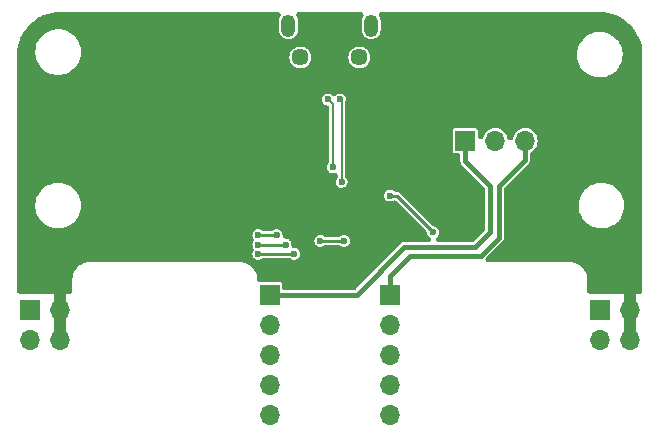
<source format=gbl>
%TF.GenerationSoftware,KiCad,Pcbnew,(6.0.2)*%
%TF.CreationDate,2022-05-14T01:06:09+01:00*%
%TF.ProjectId,mcp_breadboard,6d63705f-6272-4656-9164-626f6172642e,rev?*%
%TF.SameCoordinates,Original*%
%TF.FileFunction,Copper,L2,Bot*%
%TF.FilePolarity,Positive*%
%FSLAX46Y46*%
G04 Gerber Fmt 4.6, Leading zero omitted, Abs format (unit mm)*
G04 Created by KiCad (PCBNEW (6.0.2)) date 2022-05-14 01:06:09*
%MOMM*%
%LPD*%
G01*
G04 APERTURE LIST*
%TA.AperFunction,ComponentPad*%
%ADD10O,1.200000X1.900000*%
%TD*%
%TA.AperFunction,ComponentPad*%
%ADD11C,1.450000*%
%TD*%
%TA.AperFunction,ComponentPad*%
%ADD12O,1.700000X1.700000*%
%TD*%
%TA.AperFunction,ComponentPad*%
%ADD13R,1.700000X1.700000*%
%TD*%
%TA.AperFunction,ViaPad*%
%ADD14C,0.600000*%
%TD*%
%TA.AperFunction,Conductor*%
%ADD15C,0.250000*%
%TD*%
%TA.AperFunction,Conductor*%
%ADD16C,0.400000*%
%TD*%
%TA.AperFunction,Conductor*%
%ADD17C,0.200000*%
%TD*%
G04 APERTURE END LIST*
D10*
%TO.P,J5,6,Shield*%
%TO.N,unconnected-(J5-Pad6)*%
X53500000Y-29762500D03*
X46500000Y-29762500D03*
D11*
X52500000Y-32462500D03*
X47500000Y-32462500D03*
%TD*%
D12*
%TO.P,SW3,3,C*%
%TO.N,+3V3*%
X66540000Y-39500000D03*
%TO.P,SW3,2,B*%
%TO.N,VDD*%
X64000000Y-39500000D03*
D13*
%TO.P,SW3,1,A*%
%TO.N,+5V*%
X61460000Y-39500000D03*
%TD*%
D12*
%TO.P,J3,5,Pin_5*%
%TO.N,G3*%
X44920000Y-62700000D03*
%TO.P,J3,4,Pin_4*%
%TO.N,G2*%
X44920000Y-60160000D03*
%TO.P,J3,3,Pin_3*%
%TO.N,G1*%
X44920000Y-57620000D03*
%TO.P,J3,2,Pin_2*%
%TO.N,G0*%
X44920000Y-55080000D03*
D13*
%TO.P,J3,1,Pin_1*%
%TO.N,+5V*%
X44920000Y-52540000D03*
%TD*%
D12*
%TO.P,J4,5,Pin_5*%
%TO.N,Tx*%
X55080000Y-62700000D03*
%TO.P,J4,4,Pin_4*%
%TO.N,Rx*%
X55080000Y-60160000D03*
%TO.P,J4,3,Pin_3*%
%TO.N,SDA*%
X55080000Y-57620000D03*
%TO.P,J4,2,Pin_2*%
%TO.N,SCL*%
X55080000Y-55080000D03*
D13*
%TO.P,J4,1,Pin_1*%
%TO.N,+3V3*%
X55080000Y-52540000D03*
%TD*%
D12*
%TO.P,J2,4,Pin_4*%
%TO.N,GND*%
X75400000Y-56350000D03*
%TO.P,J2,3,Pin_3*%
X75400000Y-53810000D03*
%TO.P,J2,2,Pin_2*%
%TO.N,VDD*%
X72860000Y-56350000D03*
D13*
%TO.P,J2,1,Pin_1*%
X72860000Y-53810000D03*
%TD*%
D12*
%TO.P,J1,4,Pin_4*%
%TO.N,GND*%
X27140000Y-56350000D03*
%TO.P,J1,3,Pin_3*%
X27140000Y-53810000D03*
%TO.P,J1,2,Pin_2*%
%TO.N,VDD*%
X24600000Y-56350000D03*
D13*
%TO.P,J1,1,Pin_1*%
X24600000Y-53810000D03*
%TD*%
D14*
%TO.N,G3*%
X43950000Y-49100000D03*
%TO.N,G2*%
X43950000Y-48300000D03*
%TO.N,Net-(R3-Pad1)*%
X58750000Y-47250000D03*
%TO.N,D+*%
X50250000Y-41750000D03*
%TO.N,D-*%
X51000000Y-43000000D03*
%TO.N,GND*%
X67550000Y-34550000D03*
X64450000Y-37750000D03*
X64510000Y-35140000D03*
X60000000Y-42750000D03*
X48700000Y-33440000D03*
X48700000Y-31490000D03*
X53700000Y-40500000D03*
X57000000Y-32077000D03*
X64010000Y-31440000D03*
X63510000Y-35140000D03*
X56800000Y-42650000D03*
X43200000Y-40450000D03*
X63550000Y-37750000D03*
X62510000Y-31440000D03*
X68000000Y-42750000D03*
X60450000Y-34550000D03*
X65510000Y-31440000D03*
X50330500Y-34565000D03*
%TO.N,G1*%
X45500000Y-47500000D03*
X43953019Y-47492989D03*
%TO.N,G2*%
X46250000Y-48300000D03*
%TO.N,G3*%
X47000000Y-49100000D03*
X51200000Y-48000000D03*
X49200000Y-48000000D03*
%TO.N,Net-(R3-Pad1)*%
X55100000Y-44150000D03*
%TO.N,D-*%
X50850000Y-36015000D03*
%TO.N,D+*%
X49825000Y-36015000D03*
%TD*%
D15*
%TO.N,G3*%
X47000000Y-49100000D02*
X43950000Y-49100000D01*
%TO.N,G2*%
X46250000Y-48300000D02*
X43950000Y-48300000D01*
%TO.N,G1*%
X45492989Y-47492989D02*
X43953019Y-47492989D01*
X45500000Y-47500000D02*
X45492989Y-47492989D01*
%TO.N,Net-(R3-Pad1)*%
X58750000Y-47250000D02*
X55650000Y-44150000D01*
X55650000Y-44150000D02*
X55100000Y-44150000D01*
D16*
%TO.N,+3V3*%
X66540000Y-41160000D02*
X64320000Y-43380000D01*
X66540000Y-39500000D02*
X66540000Y-41160000D01*
%TO.N,+5V*%
X61460000Y-41270000D02*
X63570000Y-43380000D01*
X61460000Y-39500000D02*
X61460000Y-41270000D01*
D17*
%TO.N,D+*%
X50250000Y-36440000D02*
X49825000Y-36015000D01*
X50250000Y-41750000D02*
X50250000Y-36440000D01*
%TO.N,D-*%
X51000000Y-36165000D02*
X50850000Y-36015000D01*
X51000000Y-43000000D02*
X51000000Y-36165000D01*
D16*
%TO.N,+5V*%
X56320000Y-48490000D02*
X52270000Y-52540000D01*
X62320000Y-48490000D02*
X56320000Y-48490000D01*
X63570000Y-47240000D02*
X62320000Y-48490000D01*
X63570000Y-43390000D02*
X63570000Y-47240000D01*
X52270000Y-52540000D02*
X44920000Y-52540000D01*
%TO.N,+3V3*%
X64320000Y-43390000D02*
X64320000Y-47740000D01*
X55080000Y-50980000D02*
X55080000Y-52540000D01*
X56820000Y-49240000D02*
X55080000Y-50980000D01*
X64320000Y-47740000D02*
X62820000Y-49240000D01*
X62820000Y-49240000D02*
X56820000Y-49240000D01*
D15*
%TO.N,G3*%
X49200000Y-48000000D02*
X51200000Y-48000000D01*
%TD*%
%TA.AperFunction,Conductor*%
%TO.N,GND*%
G36*
X45703378Y-28628954D02*
G01*
X45784160Y-28682930D01*
X45838136Y-28763712D01*
X45857090Y-28859000D01*
X45838136Y-28954288D01*
X45817391Y-28993885D01*
X45785988Y-29042613D01*
X45785986Y-29042618D01*
X45778446Y-29054317D01*
X45717022Y-29223078D01*
X45699500Y-29361783D01*
X45699500Y-30157655D01*
X45700276Y-30164571D01*
X45700276Y-30164575D01*
X45704550Y-30202679D01*
X45714454Y-30290972D01*
X45773515Y-30460573D01*
X45780894Y-30472381D01*
X45780894Y-30472382D01*
X45798085Y-30499893D01*
X45868684Y-30612875D01*
X45995230Y-30740307D01*
X46146864Y-30836537D01*
X46159976Y-30841206D01*
X46159978Y-30841207D01*
X46184754Y-30850029D01*
X46316049Y-30896781D01*
X46329872Y-30898429D01*
X46329875Y-30898430D01*
X46419902Y-30909165D01*
X46494376Y-30918045D01*
X46508220Y-30916590D01*
X46508223Y-30916590D01*
X46596965Y-30907263D01*
X46672983Y-30899273D01*
X46686161Y-30894787D01*
X46829816Y-30845883D01*
X46829817Y-30845882D01*
X46842993Y-30841397D01*
X46928984Y-30788495D01*
X46984103Y-30754586D01*
X46984107Y-30754583D01*
X46995955Y-30747294D01*
X47124268Y-30621641D01*
X47221554Y-30470683D01*
X47260214Y-30364466D01*
X47278215Y-30315009D01*
X47278216Y-30315007D01*
X47282978Y-30301922D01*
X47300500Y-30163217D01*
X47300500Y-29367345D01*
X47299006Y-29354021D01*
X47287097Y-29247859D01*
X47285546Y-29234028D01*
X47226485Y-29064427D01*
X47196558Y-29016533D01*
X47180572Y-28990951D01*
X47146150Y-28900098D01*
X47149117Y-28802988D01*
X47189020Y-28714406D01*
X47259784Y-28647837D01*
X47350637Y-28613415D01*
X47391735Y-28610000D01*
X52608090Y-28610000D01*
X52703378Y-28628954D01*
X52784160Y-28682930D01*
X52838136Y-28763712D01*
X52857090Y-28859000D01*
X52838136Y-28954288D01*
X52817391Y-28993885D01*
X52785988Y-29042613D01*
X52785986Y-29042618D01*
X52778446Y-29054317D01*
X52717022Y-29223078D01*
X52699500Y-29361783D01*
X52699500Y-30157655D01*
X52700276Y-30164571D01*
X52700276Y-30164575D01*
X52704550Y-30202679D01*
X52714454Y-30290972D01*
X52773515Y-30460573D01*
X52780894Y-30472381D01*
X52780894Y-30472382D01*
X52798085Y-30499893D01*
X52868684Y-30612875D01*
X52995230Y-30740307D01*
X53146864Y-30836537D01*
X53159976Y-30841206D01*
X53159978Y-30841207D01*
X53184754Y-30850029D01*
X53316049Y-30896781D01*
X53329872Y-30898429D01*
X53329875Y-30898430D01*
X53419902Y-30909165D01*
X53494376Y-30918045D01*
X53508220Y-30916590D01*
X53508223Y-30916590D01*
X53596965Y-30907263D01*
X53672983Y-30899273D01*
X53686161Y-30894787D01*
X53829816Y-30845883D01*
X53829817Y-30845882D01*
X53842993Y-30841397D01*
X53928984Y-30788495D01*
X53984103Y-30754586D01*
X53984107Y-30754583D01*
X53995955Y-30747294D01*
X54124268Y-30621641D01*
X54221554Y-30470683D01*
X54260214Y-30364466D01*
X54278215Y-30315009D01*
X54278216Y-30315007D01*
X54282978Y-30301922D01*
X54300500Y-30163217D01*
X54300500Y-29367345D01*
X54299006Y-29354021D01*
X54287097Y-29247859D01*
X54285546Y-29234028D01*
X54226485Y-29064427D01*
X54196558Y-29016533D01*
X54180572Y-28990951D01*
X54146150Y-28900098D01*
X54149117Y-28802988D01*
X54189020Y-28714406D01*
X54259784Y-28647837D01*
X54350637Y-28613415D01*
X54391735Y-28610000D01*
X72837277Y-28610000D01*
X72837277Y-28611268D01*
X72840343Y-28610705D01*
X72859642Y-28615143D01*
X72878273Y-28610927D01*
X72881271Y-28611045D01*
X73201623Y-28626783D01*
X73225941Y-28629178D01*
X73552175Y-28677570D01*
X73576141Y-28682337D01*
X73896067Y-28762474D01*
X73919451Y-28769568D01*
X74229980Y-28880678D01*
X74252537Y-28890021D01*
X74550689Y-29031036D01*
X74572226Y-29042548D01*
X74613688Y-29067399D01*
X74855124Y-29212110D01*
X74875428Y-29225677D01*
X75140350Y-29422156D01*
X75159212Y-29437636D01*
X75363758Y-29623026D01*
X75403592Y-29659129D01*
X75420871Y-29676408D01*
X75642364Y-29920788D01*
X75657844Y-29939650D01*
X75854323Y-30204572D01*
X75867890Y-30224876D01*
X75959173Y-30377173D01*
X76024613Y-30486352D01*
X76037450Y-30507770D01*
X76048964Y-30529311D01*
X76189979Y-30827463D01*
X76199322Y-30850020D01*
X76251752Y-30996551D01*
X76310432Y-31160549D01*
X76317526Y-31183933D01*
X76397663Y-31503859D01*
X76402430Y-31527825D01*
X76450822Y-31854059D01*
X76453217Y-31878377D01*
X76461116Y-32039171D01*
X76469080Y-32201277D01*
X76464857Y-32219642D01*
X76469088Y-32238342D01*
X76468591Y-32255103D01*
X76470000Y-32269537D01*
X76470000Y-52216000D01*
X76451046Y-52311288D01*
X76397070Y-52392070D01*
X76316288Y-52446046D01*
X76221000Y-52465000D01*
X75895000Y-52465000D01*
X75895000Y-53140000D01*
X75897524Y-53140000D01*
X75900000Y-53165137D01*
X75900000Y-55066407D01*
X75897113Y-55066407D01*
X75897112Y-55088096D01*
X75900178Y-55088163D01*
X75900000Y-55096321D01*
X75900000Y-56601000D01*
X75881046Y-56696288D01*
X75827070Y-56777070D01*
X75746288Y-56831046D01*
X75651000Y-56850000D01*
X75149000Y-56850000D01*
X75053712Y-56831046D01*
X74972930Y-56777070D01*
X74918954Y-56696288D01*
X74900000Y-56601000D01*
X74900000Y-55093593D01*
X74902887Y-55093593D01*
X74902888Y-55071904D01*
X74899822Y-55071837D01*
X74900000Y-55063679D01*
X74900000Y-52578120D01*
X74899784Y-52577034D01*
X74895000Y-52528457D01*
X74895000Y-52465000D01*
X72039000Y-52465000D01*
X71943712Y-52446046D01*
X71862930Y-52392070D01*
X71808954Y-52311288D01*
X71790000Y-52216000D01*
X71790000Y-51315741D01*
X71791633Y-51287271D01*
X71791957Y-51284458D01*
X71795142Y-51270716D01*
X71795143Y-51270000D01*
X71794131Y-51265565D01*
X71794174Y-51265194D01*
X71794528Y-51261035D01*
X71793121Y-51261136D01*
X71779388Y-51069123D01*
X71779387Y-51069119D01*
X71778754Y-51060263D01*
X71759587Y-50972149D01*
X71735949Y-50863487D01*
X71735948Y-50863484D01*
X71734058Y-50854795D01*
X71660575Y-50657780D01*
X71559802Y-50473228D01*
X71542663Y-50450332D01*
X71439120Y-50312015D01*
X71433790Y-50304895D01*
X71285105Y-50156210D01*
X71116772Y-50030198D01*
X70932220Y-49929425D01*
X70856499Y-49901182D01*
X70743544Y-49859052D01*
X70743540Y-49859051D01*
X70735205Y-49855942D01*
X70726516Y-49854052D01*
X70726513Y-49854051D01*
X70538418Y-49813134D01*
X70538413Y-49813133D01*
X70529737Y-49811246D01*
X70520881Y-49810613D01*
X70520877Y-49810612D01*
X70409322Y-49802634D01*
X70329690Y-49796938D01*
X70320716Y-49794858D01*
X70320000Y-49794857D01*
X70306293Y-49797984D01*
X70302082Y-49798455D01*
X70274390Y-49800000D01*
X63427533Y-49800000D01*
X63332245Y-49781046D01*
X63251463Y-49727070D01*
X63197487Y-49646288D01*
X63178533Y-49551000D01*
X63197487Y-49455712D01*
X63251463Y-49374930D01*
X64625483Y-48000909D01*
X64648050Y-47978342D01*
X64656946Y-47960883D01*
X64661231Y-47954985D01*
X64666469Y-47946437D01*
X64669777Y-47939944D01*
X64681296Y-47924090D01*
X64687352Y-47905452D01*
X64690656Y-47898967D01*
X64694499Y-47889690D01*
X64696749Y-47882765D01*
X64705646Y-47865304D01*
X64708712Y-47845945D01*
X64710959Y-47839030D01*
X64713305Y-47829260D01*
X64714444Y-47822070D01*
X64720499Y-47803433D01*
X64720499Y-47771525D01*
X64720500Y-47771519D01*
X64720500Y-44969600D01*
X71064808Y-44969600D01*
X71079830Y-45242574D01*
X71081548Y-45251209D01*
X71081548Y-45251212D01*
X71093511Y-45311350D01*
X71133166Y-45510708D01*
X71223749Y-45768652D01*
X71227801Y-45776453D01*
X71227803Y-45776457D01*
X71345716Y-46003449D01*
X71345719Y-46003454D01*
X71349774Y-46011260D01*
X71354893Y-46018423D01*
X71354894Y-46018425D01*
X71503605Y-46226526D01*
X71503609Y-46226531D01*
X71508725Y-46233690D01*
X71514803Y-46240061D01*
X71691346Y-46425127D01*
X71691351Y-46425132D01*
X71697431Y-46431505D01*
X71704352Y-46436961D01*
X71704353Y-46436962D01*
X71905207Y-46595303D01*
X71905212Y-46595306D01*
X71912126Y-46600757D01*
X71919739Y-46605179D01*
X71919742Y-46605181D01*
X72043221Y-46676903D01*
X72148528Y-46738070D01*
X72401919Y-46840704D01*
X72410467Y-46842827D01*
X72410466Y-46842827D01*
X72658703Y-46904490D01*
X72658708Y-46904491D01*
X72667243Y-46906611D01*
X72675998Y-46907508D01*
X72894082Y-46929853D01*
X72894090Y-46929853D01*
X72900401Y-46930500D01*
X73069642Y-46930500D01*
X73074017Y-46930190D01*
X73074023Y-46930190D01*
X73132136Y-46926075D01*
X73272705Y-46916122D01*
X73281318Y-46914268D01*
X73281323Y-46914267D01*
X73429324Y-46882403D01*
X73539968Y-46858582D01*
X73796458Y-46763958D01*
X73957799Y-46676903D01*
X74029308Y-46638319D01*
X74029312Y-46638316D01*
X74037056Y-46634138D01*
X74256962Y-46471713D01*
X74357296Y-46372942D01*
X74445518Y-46286096D01*
X74445523Y-46286091D01*
X74451788Y-46279923D01*
X74492540Y-46226526D01*
X74612308Y-46069592D01*
X74612309Y-46069590D01*
X74617647Y-46062596D01*
X74646397Y-46011260D01*
X74746930Y-45831744D01*
X74751230Y-45824066D01*
X74849871Y-45569095D01*
X74861481Y-45519009D01*
X74909614Y-45311350D01*
X74909614Y-45311347D01*
X74911603Y-45302768D01*
X74935192Y-45030400D01*
X74920170Y-44757426D01*
X74908197Y-44697232D01*
X74891179Y-44611681D01*
X74866834Y-44489292D01*
X74841518Y-44417203D01*
X74779165Y-44239645D01*
X74779163Y-44239641D01*
X74776251Y-44231348D01*
X74772197Y-44223543D01*
X74654284Y-43996551D01*
X74654281Y-43996546D01*
X74650226Y-43988740D01*
X74619025Y-43945078D01*
X74496395Y-43773474D01*
X74496391Y-43773469D01*
X74491275Y-43766310D01*
X74380129Y-43649799D01*
X74308654Y-43574873D01*
X74308649Y-43574868D01*
X74302569Y-43568495D01*
X74259400Y-43534463D01*
X74094793Y-43404697D01*
X74094788Y-43404694D01*
X74087874Y-43399243D01*
X74066411Y-43386776D01*
X73859085Y-43266352D01*
X73851472Y-43261930D01*
X73598081Y-43159296D01*
X73504213Y-43135979D01*
X73341297Y-43095510D01*
X73341292Y-43095509D01*
X73332757Y-43093389D01*
X73312838Y-43091348D01*
X73105918Y-43070147D01*
X73105910Y-43070147D01*
X73099599Y-43069500D01*
X72930358Y-43069500D01*
X72925983Y-43069810D01*
X72925977Y-43069810D01*
X72867864Y-43073925D01*
X72727295Y-43083878D01*
X72718682Y-43085732D01*
X72718677Y-43085733D01*
X72580442Y-43115495D01*
X72460032Y-43141418D01*
X72203542Y-43236042D01*
X72116970Y-43282754D01*
X71970692Y-43361681D01*
X71970688Y-43361684D01*
X71962944Y-43365862D01*
X71743038Y-43528287D01*
X71707737Y-43563038D01*
X71554482Y-43713904D01*
X71554477Y-43713909D01*
X71548212Y-43720077D01*
X71542873Y-43727073D01*
X71542871Y-43727075D01*
X71394449Y-43921554D01*
X71382353Y-43937404D01*
X71378057Y-43945074D01*
X71378055Y-43945078D01*
X71349229Y-43996551D01*
X71248770Y-44175934D01*
X71150129Y-44430905D01*
X71148143Y-44439472D01*
X71148142Y-44439476D01*
X71090386Y-44688650D01*
X71088397Y-44697232D01*
X71064808Y-44969600D01*
X64720500Y-44969600D01*
X64720500Y-43649031D01*
X64739454Y-43553745D01*
X64793430Y-43472963D01*
X66845483Y-41420909D01*
X66868050Y-41398342D01*
X66876946Y-41380883D01*
X66881231Y-41374985D01*
X66886469Y-41366437D01*
X66889778Y-41359944D01*
X66901296Y-41344090D01*
X66907351Y-41325454D01*
X66910656Y-41318968D01*
X66914501Y-41309685D01*
X66916750Y-41302764D01*
X66925646Y-41285304D01*
X66928712Y-41265947D01*
X66930960Y-41259027D01*
X66933304Y-41249265D01*
X66934443Y-41242073D01*
X66940500Y-41223433D01*
X66940500Y-40627847D01*
X66959454Y-40532559D01*
X67013430Y-40451777D01*
X67077230Y-40405594D01*
X67094735Y-40396752D01*
X67094740Y-40396749D01*
X67105610Y-40391258D01*
X67267951Y-40264424D01*
X67402564Y-40108472D01*
X67423387Y-40071818D01*
X67498306Y-39939936D01*
X67498306Y-39939935D01*
X67504323Y-39929344D01*
X67569351Y-39733863D01*
X67595171Y-39529474D01*
X67595583Y-39500000D01*
X67575480Y-39294970D01*
X67515935Y-39097749D01*
X67419218Y-38915849D01*
X67289011Y-38756200D01*
X67130275Y-38624882D01*
X67076524Y-38595819D01*
X66959764Y-38532687D01*
X66959761Y-38532686D01*
X66949055Y-38526897D01*
X66919800Y-38517841D01*
X66763891Y-38469579D01*
X66763889Y-38469579D01*
X66752254Y-38465977D01*
X66547369Y-38444443D01*
X66342203Y-38463114D01*
X66144572Y-38521280D01*
X65962002Y-38616726D01*
X65801447Y-38745815D01*
X65669024Y-38903630D01*
X65663160Y-38914296D01*
X65663159Y-38914298D01*
X65656392Y-38926607D01*
X65569776Y-39084162D01*
X65566098Y-39095756D01*
X65566096Y-39095761D01*
X65507484Y-39280532D01*
X65504670Y-39279639D01*
X65474676Y-39349467D01*
X65405088Y-39417266D01*
X65314852Y-39453274D01*
X65217706Y-39452010D01*
X65128438Y-39413665D01*
X65060639Y-39344077D01*
X65031086Y-39280417D01*
X65003176Y-39187974D01*
X64975935Y-39097749D01*
X64879218Y-38915849D01*
X64749011Y-38756200D01*
X64590275Y-38624882D01*
X64536524Y-38595819D01*
X64419764Y-38532687D01*
X64419761Y-38532686D01*
X64409055Y-38526897D01*
X64379800Y-38517841D01*
X64223891Y-38469579D01*
X64223889Y-38469579D01*
X64212254Y-38465977D01*
X64007369Y-38444443D01*
X63802203Y-38463114D01*
X63604572Y-38521280D01*
X63422002Y-38616726D01*
X63261447Y-38745815D01*
X63129024Y-38903630D01*
X63123160Y-38914296D01*
X63123159Y-38914298D01*
X63116392Y-38926607D01*
X63029776Y-39084162D01*
X63026098Y-39095756D01*
X63026096Y-39095761D01*
X62996845Y-39187974D01*
X62949966Y-39273071D01*
X62874090Y-39333750D01*
X62780769Y-39360774D01*
X62684210Y-39350029D01*
X62599113Y-39303150D01*
X62538434Y-39227274D01*
X62511410Y-39133953D01*
X62510500Y-39112684D01*
X62510500Y-38630252D01*
X62506687Y-38611080D01*
X62503651Y-38595819D01*
X62503651Y-38595818D01*
X62498867Y-38571769D01*
X62454552Y-38505448D01*
X62388231Y-38461133D01*
X62364182Y-38456349D01*
X62364181Y-38456349D01*
X62341739Y-38451885D01*
X62341737Y-38451885D01*
X62329748Y-38449500D01*
X60590252Y-38449500D01*
X60578263Y-38451885D01*
X60578261Y-38451885D01*
X60555819Y-38456349D01*
X60555818Y-38456349D01*
X60531769Y-38461133D01*
X60465448Y-38505448D01*
X60421133Y-38571769D01*
X60416349Y-38595818D01*
X60416349Y-38595819D01*
X60413314Y-38611080D01*
X60409500Y-38630252D01*
X60409500Y-40369748D01*
X60411885Y-40381737D01*
X60411885Y-40381739D01*
X60414870Y-40396746D01*
X60421133Y-40428231D01*
X60465448Y-40494552D01*
X60531769Y-40538867D01*
X60555818Y-40543651D01*
X60555819Y-40543651D01*
X60578261Y-40548115D01*
X60578263Y-40548115D01*
X60590252Y-40550500D01*
X60810500Y-40550500D01*
X60905788Y-40569454D01*
X60986570Y-40623430D01*
X61040546Y-40704212D01*
X61059500Y-40799500D01*
X61059500Y-41333433D01*
X61065557Y-41352073D01*
X61066696Y-41359265D01*
X61069040Y-41369027D01*
X61071288Y-41375947D01*
X61074354Y-41395304D01*
X61083250Y-41412764D01*
X61085499Y-41419685D01*
X61089344Y-41428968D01*
X61092649Y-41435453D01*
X61098704Y-41454090D01*
X61110223Y-41469945D01*
X61113532Y-41476438D01*
X61118771Y-41484989D01*
X61123057Y-41490888D01*
X61131950Y-41508342D01*
X61154513Y-41530905D01*
X61154516Y-41530909D01*
X63096570Y-43472963D01*
X63150546Y-43553745D01*
X63169500Y-43649033D01*
X63169500Y-46970967D01*
X63150546Y-47066255D01*
X63096570Y-47147037D01*
X62227037Y-48016570D01*
X62146255Y-48070546D01*
X62050967Y-48089500D01*
X59216213Y-48089500D01*
X59120925Y-48070546D01*
X59040143Y-48016570D01*
X58986167Y-47935788D01*
X58967213Y-47840500D01*
X58986167Y-47745212D01*
X59040143Y-47664430D01*
X59057161Y-47648918D01*
X59057870Y-47648329D01*
X59072991Y-47639045D01*
X59084895Y-47625894D01*
X59084897Y-47625892D01*
X59153015Y-47550635D01*
X59169200Y-47532754D01*
X59231710Y-47403733D01*
X59255496Y-47262354D01*
X59255647Y-47250000D01*
X59250511Y-47214133D01*
X59237838Y-47125642D01*
X59237838Y-47125640D01*
X59235323Y-47108082D01*
X59175984Y-46977572D01*
X59082400Y-46868963D01*
X58962095Y-46790985D01*
X58945097Y-46785902D01*
X58945096Y-46785901D01*
X58841737Y-46754990D01*
X58841734Y-46754990D01*
X58824739Y-46749907D01*
X58806999Y-46749799D01*
X58789456Y-46747177D01*
X58789736Y-46745303D01*
X58716611Y-46730294D01*
X58637229Y-46676903D01*
X55897896Y-43937570D01*
X55883221Y-43921554D01*
X55876458Y-43913494D01*
X55876457Y-43913494D01*
X55862455Y-43896806D01*
X55843589Y-43885914D01*
X55843588Y-43885913D01*
X55834467Y-43880647D01*
X55816153Y-43868980D01*
X55789684Y-43850446D01*
X55775637Y-43846682D01*
X55763045Y-43839412D01*
X55741594Y-43835630D01*
X55741589Y-43835628D01*
X55731232Y-43833802D01*
X55710026Y-43829101D01*
X55699854Y-43826375D01*
X55699849Y-43826375D01*
X55678807Y-43820736D01*
X55657101Y-43822635D01*
X55657100Y-43822635D01*
X55646620Y-43823552D01*
X55624918Y-43824500D01*
X55585583Y-43824500D01*
X55490295Y-43805546D01*
X55433672Y-43770439D01*
X55432400Y-43768963D01*
X55417516Y-43759316D01*
X55417513Y-43759313D01*
X55326983Y-43700635D01*
X55312095Y-43690985D01*
X55295097Y-43685902D01*
X55295096Y-43685901D01*
X55191736Y-43654990D01*
X55191735Y-43654990D01*
X55174739Y-43649907D01*
X55101804Y-43649461D01*
X55049114Y-43649139D01*
X55049111Y-43649139D01*
X55031376Y-43649031D01*
X55014322Y-43653905D01*
X54910585Y-43683553D01*
X54910583Y-43683554D01*
X54893529Y-43688428D01*
X54772280Y-43764930D01*
X54677377Y-43872388D01*
X54669839Y-43888442D01*
X54669839Y-43888443D01*
X54643249Y-43945078D01*
X54616447Y-44002163D01*
X54594391Y-44143823D01*
X54612980Y-44285979D01*
X54670720Y-44417203D01*
X54762970Y-44526948D01*
X54882313Y-44606390D01*
X54899246Y-44611680D01*
X54899248Y-44611681D01*
X55002224Y-44643852D01*
X55019157Y-44649142D01*
X55085992Y-44650367D01*
X55144760Y-44651445D01*
X55144762Y-44651445D01*
X55162499Y-44651770D01*
X55300817Y-44614060D01*
X55352045Y-44582606D01*
X55443165Y-44548899D01*
X55540249Y-44552628D01*
X55628515Y-44593225D01*
X55658403Y-44618729D01*
X58178655Y-47138981D01*
X58232631Y-47219763D01*
X58249483Y-47282765D01*
X58262980Y-47385979D01*
X58320720Y-47517203D01*
X58412970Y-47626948D01*
X58427736Y-47636777D01*
X58440961Y-47648602D01*
X58439485Y-47650252D01*
X58491214Y-47701800D01*
X58528551Y-47791494D01*
X58528721Y-47888649D01*
X58491700Y-47978473D01*
X58423121Y-48047293D01*
X58333427Y-48084630D01*
X58284421Y-48089500D01*
X56256567Y-48089500D01*
X56237927Y-48095557D01*
X56230735Y-48096696D01*
X56220973Y-48099040D01*
X56214053Y-48101288D01*
X56194696Y-48104354D01*
X56177236Y-48113250D01*
X56170315Y-48115499D01*
X56161032Y-48119344D01*
X56154547Y-48122649D01*
X56135910Y-48128704D01*
X56120055Y-48140223D01*
X56113562Y-48143532D01*
X56105011Y-48148771D01*
X56099112Y-48153057D01*
X56081658Y-48161950D01*
X56059095Y-48184513D01*
X56059091Y-48184516D01*
X52177037Y-52066570D01*
X52096255Y-52120546D01*
X52000967Y-52139500D01*
X46219500Y-52139500D01*
X46124212Y-52120546D01*
X46043430Y-52066570D01*
X45989454Y-51985788D01*
X45970500Y-51890500D01*
X45970500Y-51670252D01*
X45958867Y-51611769D01*
X45914552Y-51545448D01*
X45848231Y-51501133D01*
X45824182Y-51496349D01*
X45824181Y-51496349D01*
X45801739Y-51491885D01*
X45801737Y-51491885D01*
X45789748Y-51489500D01*
X44101282Y-51489500D01*
X44005994Y-51470546D01*
X43925212Y-51416570D01*
X43871236Y-51335788D01*
X43852916Y-51258264D01*
X43839388Y-51069123D01*
X43839387Y-51069119D01*
X43838754Y-51060263D01*
X43819587Y-50972149D01*
X43795949Y-50863487D01*
X43795948Y-50863484D01*
X43794058Y-50854795D01*
X43720575Y-50657780D01*
X43619802Y-50473228D01*
X43602663Y-50450332D01*
X43499120Y-50312015D01*
X43493790Y-50304895D01*
X43345105Y-50156210D01*
X43176772Y-50030198D01*
X42992220Y-49929425D01*
X42916499Y-49901182D01*
X42803544Y-49859052D01*
X42803540Y-49859051D01*
X42795205Y-49855942D01*
X42786516Y-49854052D01*
X42786513Y-49854051D01*
X42598418Y-49813134D01*
X42598413Y-49813133D01*
X42589737Y-49811246D01*
X42580881Y-49810613D01*
X42580877Y-49810612D01*
X42469322Y-49802634D01*
X42389690Y-49796938D01*
X42380716Y-49794858D01*
X42380000Y-49794857D01*
X42366293Y-49797984D01*
X42362082Y-49798455D01*
X42334390Y-49800000D01*
X29725741Y-49800000D01*
X29697271Y-49798367D01*
X29694458Y-49798043D01*
X29680716Y-49794858D01*
X29680000Y-49794857D01*
X29675565Y-49795869D01*
X29675194Y-49795826D01*
X29671035Y-49795472D01*
X29671136Y-49796879D01*
X29479123Y-49810612D01*
X29479119Y-49810613D01*
X29470263Y-49811246D01*
X29461587Y-49813133D01*
X29461582Y-49813134D01*
X29273487Y-49854051D01*
X29273484Y-49854052D01*
X29264795Y-49855942D01*
X29256460Y-49859051D01*
X29256456Y-49859052D01*
X29143501Y-49901182D01*
X29067780Y-49929425D01*
X28883228Y-50030198D01*
X28714895Y-50156210D01*
X28566210Y-50304895D01*
X28560880Y-50312015D01*
X28457338Y-50450332D01*
X28440198Y-50473228D01*
X28339425Y-50657780D01*
X28265942Y-50854795D01*
X28264052Y-50863484D01*
X28264051Y-50863487D01*
X28240414Y-50972149D01*
X28221246Y-51060263D01*
X28206938Y-51260310D01*
X28204858Y-51269284D01*
X28204857Y-51270000D01*
X28207984Y-51283707D01*
X28208455Y-51287918D01*
X28210000Y-51315610D01*
X28210000Y-52216000D01*
X28191046Y-52311288D01*
X28137070Y-52392070D01*
X28056288Y-52446046D01*
X27961000Y-52465000D01*
X27645000Y-52465000D01*
X27645000Y-52523258D01*
X27640000Y-52564715D01*
X27640000Y-55066407D01*
X27637113Y-55066407D01*
X27637112Y-55088096D01*
X27640178Y-55088163D01*
X27640000Y-55096321D01*
X27640000Y-56601000D01*
X27621046Y-56696288D01*
X27567070Y-56777070D01*
X27486288Y-56831046D01*
X27391000Y-56850000D01*
X26889000Y-56850000D01*
X26793712Y-56831046D01*
X26712930Y-56777070D01*
X26658954Y-56696288D01*
X26640000Y-56601000D01*
X26640000Y-55093593D01*
X26642887Y-55093593D01*
X26642888Y-55071904D01*
X26639822Y-55071837D01*
X26640000Y-55063679D01*
X26640000Y-53265137D01*
X26642476Y-53240000D01*
X26645000Y-53240000D01*
X26645000Y-52465000D01*
X23779000Y-52465000D01*
X23683712Y-52446046D01*
X23602930Y-52392070D01*
X23548954Y-52311288D01*
X23530000Y-52216000D01*
X23530000Y-49093823D01*
X43444391Y-49093823D01*
X43462980Y-49235979D01*
X43520720Y-49367203D01*
X43612970Y-49476948D01*
X43732313Y-49556390D01*
X43749246Y-49561680D01*
X43749248Y-49561681D01*
X43816006Y-49582537D01*
X43869157Y-49599142D01*
X43935992Y-49600367D01*
X43994760Y-49601445D01*
X43994762Y-49601445D01*
X44012499Y-49601770D01*
X44150817Y-49564060D01*
X44165932Y-49554779D01*
X44165935Y-49554778D01*
X44257872Y-49498328D01*
X44272991Y-49489045D01*
X44280560Y-49480683D01*
X44361853Y-49436636D01*
X44435485Y-49425500D01*
X46514117Y-49425500D01*
X46609405Y-49444454D01*
X46662420Y-49477774D01*
X46662970Y-49476948D01*
X46782313Y-49556390D01*
X46799246Y-49561680D01*
X46799248Y-49561681D01*
X46866006Y-49582537D01*
X46919157Y-49599142D01*
X46985992Y-49600367D01*
X47044760Y-49601445D01*
X47044762Y-49601445D01*
X47062499Y-49601770D01*
X47200817Y-49564060D01*
X47215932Y-49554779D01*
X47215935Y-49554778D01*
X47307876Y-49498326D01*
X47307878Y-49498325D01*
X47322991Y-49489045D01*
X47419200Y-49382754D01*
X47481710Y-49253733D01*
X47505496Y-49112354D01*
X47505647Y-49100000D01*
X47485323Y-48958082D01*
X47425984Y-48827572D01*
X47332400Y-48718963D01*
X47212095Y-48640985D01*
X47195097Y-48635902D01*
X47195096Y-48635901D01*
X47091736Y-48604990D01*
X47091735Y-48604990D01*
X47074739Y-48599907D01*
X47016056Y-48599548D01*
X46999811Y-48599449D01*
X46904640Y-48579913D01*
X46824190Y-48525444D01*
X46770709Y-48444334D01*
X46752338Y-48348932D01*
X46753328Y-48328212D01*
X46753899Y-48321846D01*
X46755496Y-48312354D01*
X46755647Y-48300000D01*
X46750891Y-48266791D01*
X46737838Y-48175642D01*
X46737838Y-48175640D01*
X46735323Y-48158082D01*
X46675984Y-48027572D01*
X46646904Y-47993823D01*
X48694391Y-47993823D01*
X48712980Y-48135979D01*
X48770720Y-48267203D01*
X48862970Y-48376948D01*
X48982313Y-48456390D01*
X48999246Y-48461680D01*
X48999248Y-48461681D01*
X49102224Y-48493852D01*
X49119157Y-48499142D01*
X49185992Y-48500367D01*
X49244760Y-48501445D01*
X49244762Y-48501445D01*
X49262499Y-48501770D01*
X49400817Y-48464060D01*
X49415932Y-48454779D01*
X49415935Y-48454778D01*
X49507872Y-48398328D01*
X49522991Y-48389045D01*
X49530560Y-48380683D01*
X49611853Y-48336636D01*
X49685485Y-48325500D01*
X50714117Y-48325500D01*
X50809405Y-48344454D01*
X50862420Y-48377774D01*
X50862970Y-48376948D01*
X50982313Y-48456390D01*
X50999246Y-48461680D01*
X50999248Y-48461681D01*
X51102224Y-48493852D01*
X51119157Y-48499142D01*
X51185992Y-48500367D01*
X51244760Y-48501445D01*
X51244762Y-48501445D01*
X51262499Y-48501770D01*
X51400817Y-48464060D01*
X51415932Y-48454779D01*
X51415935Y-48454778D01*
X51507876Y-48398326D01*
X51507878Y-48398325D01*
X51522991Y-48389045D01*
X51619200Y-48282754D01*
X51681710Y-48153733D01*
X51705496Y-48012354D01*
X51705647Y-48000000D01*
X51702564Y-47978473D01*
X51687838Y-47875642D01*
X51687838Y-47875640D01*
X51685323Y-47858082D01*
X51625984Y-47727572D01*
X51532400Y-47618963D01*
X51412095Y-47540985D01*
X51395097Y-47535902D01*
X51395096Y-47535901D01*
X51291736Y-47504990D01*
X51291735Y-47504990D01*
X51274739Y-47499907D01*
X51201804Y-47499461D01*
X51149114Y-47499139D01*
X51149111Y-47499139D01*
X51131376Y-47499031D01*
X51114322Y-47503905D01*
X51010585Y-47533553D01*
X51010583Y-47533554D01*
X50993529Y-47538428D01*
X50872280Y-47614930D01*
X50868397Y-47619327D01*
X50791080Y-47662448D01*
X50714551Y-47674500D01*
X49685583Y-47674500D01*
X49590295Y-47655546D01*
X49533672Y-47620439D01*
X49532400Y-47618963D01*
X49517516Y-47609316D01*
X49517513Y-47609313D01*
X49426983Y-47550635D01*
X49412095Y-47540985D01*
X49395097Y-47535902D01*
X49395096Y-47535901D01*
X49291736Y-47504990D01*
X49291735Y-47504990D01*
X49274739Y-47499907D01*
X49201804Y-47499461D01*
X49149114Y-47499139D01*
X49149111Y-47499139D01*
X49131376Y-47499031D01*
X49114322Y-47503905D01*
X49010585Y-47533553D01*
X49010583Y-47533554D01*
X48993529Y-47538428D01*
X48872280Y-47614930D01*
X48777377Y-47722388D01*
X48769839Y-47738442D01*
X48769839Y-47738443D01*
X48741393Y-47799031D01*
X48716447Y-47852163D01*
X48713719Y-47869687D01*
X48713718Y-47869689D01*
X48697400Y-47974500D01*
X48694391Y-47993823D01*
X46646904Y-47993823D01*
X46582400Y-47918963D01*
X46550034Y-47897984D01*
X46506380Y-47869689D01*
X46462095Y-47840985D01*
X46445097Y-47835902D01*
X46445096Y-47835901D01*
X46341736Y-47804990D01*
X46341735Y-47804990D01*
X46324739Y-47799907D01*
X46266056Y-47799548D01*
X46249811Y-47799449D01*
X46154640Y-47779913D01*
X46074190Y-47725444D01*
X46020709Y-47644334D01*
X46002338Y-47548932D01*
X46003328Y-47528212D01*
X46003899Y-47521846D01*
X46005496Y-47512354D01*
X46005647Y-47500000D01*
X46004283Y-47490474D01*
X45987838Y-47375642D01*
X45987838Y-47375640D01*
X45985323Y-47358082D01*
X45925984Y-47227572D01*
X45832400Y-47118963D01*
X45712095Y-47040985D01*
X45695097Y-47035902D01*
X45695096Y-47035901D01*
X45591736Y-47004990D01*
X45591735Y-47004990D01*
X45574739Y-46999907D01*
X45501804Y-46999461D01*
X45449114Y-46999139D01*
X45449111Y-46999139D01*
X45431376Y-46999031D01*
X45414322Y-47003905D01*
X45310585Y-47033553D01*
X45310583Y-47033554D01*
X45293529Y-47038428D01*
X45249426Y-47066255D01*
X45187287Y-47105461D01*
X45187285Y-47105462D01*
X45174822Y-47113326D01*
X45174815Y-47113330D01*
X45172280Y-47114930D01*
X45172193Y-47114793D01*
X45099325Y-47155435D01*
X45022790Y-47167489D01*
X44438602Y-47167489D01*
X44343314Y-47148535D01*
X44286691Y-47113428D01*
X44285419Y-47111952D01*
X44270535Y-47102305D01*
X44270532Y-47102302D01*
X44180002Y-47043624D01*
X44165114Y-47033974D01*
X44148116Y-47028891D01*
X44148115Y-47028890D01*
X44044755Y-46997979D01*
X44044754Y-46997979D01*
X44027758Y-46992896D01*
X43954823Y-46992450D01*
X43902133Y-46992128D01*
X43902130Y-46992128D01*
X43884395Y-46992020D01*
X43867341Y-46996894D01*
X43763604Y-47026542D01*
X43763602Y-47026543D01*
X43746548Y-47031417D01*
X43625299Y-47107919D01*
X43530396Y-47215377D01*
X43522858Y-47231431D01*
X43522858Y-47231432D01*
X43503884Y-47271846D01*
X43469466Y-47345152D01*
X43466738Y-47362676D01*
X43466737Y-47362678D01*
X43453156Y-47449909D01*
X43447410Y-47486812D01*
X43465999Y-47628968D01*
X43523739Y-47760192D01*
X43530138Y-47767804D01*
X43562403Y-47853419D01*
X43559267Y-47950523D01*
X43529495Y-48019990D01*
X43527377Y-48022388D01*
X43519839Y-48038442D01*
X43519839Y-48038443D01*
X43481856Y-48119344D01*
X43466447Y-48152163D01*
X43463719Y-48169687D01*
X43463718Y-48169689D01*
X43448536Y-48267203D01*
X43444391Y-48293823D01*
X43462980Y-48435979D01*
X43520720Y-48567203D01*
X43526568Y-48574160D01*
X43558613Y-48659185D01*
X43555478Y-48756290D01*
X43527187Y-48822299D01*
X43527377Y-48822388D01*
X43519838Y-48838446D01*
X43474734Y-48934513D01*
X43466447Y-48952163D01*
X43444391Y-49093823D01*
X23530000Y-49093823D01*
X23530000Y-44969600D01*
X25064808Y-44969600D01*
X25079830Y-45242574D01*
X25081548Y-45251209D01*
X25081548Y-45251212D01*
X25093511Y-45311350D01*
X25133166Y-45510708D01*
X25223749Y-45768652D01*
X25227801Y-45776453D01*
X25227803Y-45776457D01*
X25345716Y-46003449D01*
X25345719Y-46003454D01*
X25349774Y-46011260D01*
X25354893Y-46018423D01*
X25354894Y-46018425D01*
X25503605Y-46226526D01*
X25503609Y-46226531D01*
X25508725Y-46233690D01*
X25514803Y-46240061D01*
X25691346Y-46425127D01*
X25691351Y-46425132D01*
X25697431Y-46431505D01*
X25704352Y-46436961D01*
X25704353Y-46436962D01*
X25905207Y-46595303D01*
X25905212Y-46595306D01*
X25912126Y-46600757D01*
X25919739Y-46605179D01*
X25919742Y-46605181D01*
X26043221Y-46676903D01*
X26148528Y-46738070D01*
X26401919Y-46840704D01*
X26410467Y-46842827D01*
X26410466Y-46842827D01*
X26658703Y-46904490D01*
X26658708Y-46904491D01*
X26667243Y-46906611D01*
X26675998Y-46907508D01*
X26894082Y-46929853D01*
X26894090Y-46929853D01*
X26900401Y-46930500D01*
X27069642Y-46930500D01*
X27074017Y-46930190D01*
X27074023Y-46930190D01*
X27132136Y-46926075D01*
X27272705Y-46916122D01*
X27281318Y-46914268D01*
X27281323Y-46914267D01*
X27429324Y-46882403D01*
X27539968Y-46858582D01*
X27796458Y-46763958D01*
X27957799Y-46676903D01*
X28029308Y-46638319D01*
X28029312Y-46638316D01*
X28037056Y-46634138D01*
X28256962Y-46471713D01*
X28357296Y-46372942D01*
X28445518Y-46286096D01*
X28445523Y-46286091D01*
X28451788Y-46279923D01*
X28492540Y-46226526D01*
X28612308Y-46069592D01*
X28612309Y-46069590D01*
X28617647Y-46062596D01*
X28646397Y-46011260D01*
X28746930Y-45831744D01*
X28751230Y-45824066D01*
X28849871Y-45569095D01*
X28861481Y-45519009D01*
X28909614Y-45311350D01*
X28909614Y-45311347D01*
X28911603Y-45302768D01*
X28935192Y-45030400D01*
X28920170Y-44757426D01*
X28908197Y-44697232D01*
X28891179Y-44611681D01*
X28866834Y-44489292D01*
X28841518Y-44417203D01*
X28779165Y-44239645D01*
X28779163Y-44239641D01*
X28776251Y-44231348D01*
X28772197Y-44223543D01*
X28654284Y-43996551D01*
X28654281Y-43996546D01*
X28650226Y-43988740D01*
X28619025Y-43945078D01*
X28496395Y-43773474D01*
X28496391Y-43773469D01*
X28491275Y-43766310D01*
X28380129Y-43649799D01*
X28308654Y-43574873D01*
X28308649Y-43574868D01*
X28302569Y-43568495D01*
X28259400Y-43534463D01*
X28094793Y-43404697D01*
X28094788Y-43404694D01*
X28087874Y-43399243D01*
X28066411Y-43386776D01*
X27859085Y-43266352D01*
X27851472Y-43261930D01*
X27598081Y-43159296D01*
X27504213Y-43135979D01*
X27341297Y-43095510D01*
X27341292Y-43095509D01*
X27332757Y-43093389D01*
X27312838Y-43091348D01*
X27105918Y-43070147D01*
X27105910Y-43070147D01*
X27099599Y-43069500D01*
X26930358Y-43069500D01*
X26925983Y-43069810D01*
X26925977Y-43069810D01*
X26867864Y-43073925D01*
X26727295Y-43083878D01*
X26718682Y-43085732D01*
X26718677Y-43085733D01*
X26580442Y-43115495D01*
X26460032Y-43141418D01*
X26203542Y-43236042D01*
X26116970Y-43282754D01*
X25970692Y-43361681D01*
X25970688Y-43361684D01*
X25962944Y-43365862D01*
X25743038Y-43528287D01*
X25707737Y-43563038D01*
X25554482Y-43713904D01*
X25554477Y-43713909D01*
X25548212Y-43720077D01*
X25542873Y-43727073D01*
X25542871Y-43727075D01*
X25394449Y-43921554D01*
X25382353Y-43937404D01*
X25378057Y-43945074D01*
X25378055Y-43945078D01*
X25349229Y-43996551D01*
X25248770Y-44175934D01*
X25150129Y-44430905D01*
X25148143Y-44439472D01*
X25148142Y-44439476D01*
X25090386Y-44688650D01*
X25088397Y-44697232D01*
X25064808Y-44969600D01*
X23530000Y-44969600D01*
X23530000Y-36008823D01*
X49319391Y-36008823D01*
X49337980Y-36150979D01*
X49395720Y-36282203D01*
X49487970Y-36391948D01*
X49607313Y-36471390D01*
X49624246Y-36476680D01*
X49624248Y-36476681D01*
X49674499Y-36492380D01*
X49744157Y-36514142D01*
X49749053Y-36514232D01*
X49831340Y-36544915D01*
X49902453Y-36611112D01*
X49942821Y-36699483D01*
X49949500Y-36756768D01*
X49949500Y-41239895D01*
X49930546Y-41335183D01*
X49887135Y-41404723D01*
X49843537Y-41454090D01*
X49827377Y-41472388D01*
X49766447Y-41602163D01*
X49744391Y-41743823D01*
X49762980Y-41885979D01*
X49820720Y-42017203D01*
X49912970Y-42126948D01*
X50032313Y-42206390D01*
X50049246Y-42211680D01*
X50049248Y-42211681D01*
X50152224Y-42243852D01*
X50169157Y-42249142D01*
X50235992Y-42250367D01*
X50294760Y-42251445D01*
X50294762Y-42251445D01*
X50312499Y-42251770D01*
X50385008Y-42232002D01*
X50481922Y-42225225D01*
X50574056Y-42256052D01*
X50647381Y-42319790D01*
X50690732Y-42406737D01*
X50699500Y-42472234D01*
X50699500Y-42489895D01*
X50680546Y-42585183D01*
X50637135Y-42654723D01*
X50589121Y-42709090D01*
X50577377Y-42722388D01*
X50569839Y-42738442D01*
X50569839Y-42738443D01*
X50567362Y-42743720D01*
X50516447Y-42852163D01*
X50494391Y-42993823D01*
X50512980Y-43135979D01*
X50570720Y-43267203D01*
X50662970Y-43376948D01*
X50782313Y-43456390D01*
X50799246Y-43461680D01*
X50799248Y-43461681D01*
X50902224Y-43493852D01*
X50919157Y-43499142D01*
X50985992Y-43500367D01*
X51044760Y-43501445D01*
X51044762Y-43501445D01*
X51062499Y-43501770D01*
X51200817Y-43464060D01*
X51215932Y-43454779D01*
X51215935Y-43454778D01*
X51307876Y-43398326D01*
X51307878Y-43398325D01*
X51322991Y-43389045D01*
X51347760Y-43361681D01*
X51407297Y-43295904D01*
X51419200Y-43282754D01*
X51481710Y-43153733D01*
X51505496Y-43012354D01*
X51505647Y-43000000D01*
X51485323Y-42858082D01*
X51425984Y-42727572D01*
X51360866Y-42651999D01*
X51313025Y-42567440D01*
X51300500Y-42489462D01*
X51300500Y-36290293D01*
X51319454Y-36195005D01*
X51323713Y-36185517D01*
X51323973Y-36184702D01*
X51331710Y-36168733D01*
X51337657Y-36133389D01*
X51353899Y-36036846D01*
X51355496Y-36027354D01*
X51355647Y-36015000D01*
X51335323Y-35873082D01*
X51275984Y-35742572D01*
X51182400Y-35633963D01*
X51062095Y-35555985D01*
X51045097Y-35550902D01*
X51045096Y-35550901D01*
X50941736Y-35519990D01*
X50941735Y-35519990D01*
X50924739Y-35514907D01*
X50851804Y-35514461D01*
X50799114Y-35514139D01*
X50799111Y-35514139D01*
X50781376Y-35514031D01*
X50764322Y-35518905D01*
X50660585Y-35548553D01*
X50660583Y-35548554D01*
X50643529Y-35553428D01*
X50522280Y-35629930D01*
X50510537Y-35643226D01*
X50498616Y-35653372D01*
X50413766Y-35700696D01*
X50317264Y-35711947D01*
X50223803Y-35685412D01*
X50173549Y-35651387D01*
X50168977Y-35647398D01*
X50157400Y-35633963D01*
X50037095Y-35555985D01*
X50020097Y-35550902D01*
X50020096Y-35550901D01*
X49916736Y-35519990D01*
X49916735Y-35519990D01*
X49899739Y-35514907D01*
X49826804Y-35514461D01*
X49774114Y-35514139D01*
X49774111Y-35514139D01*
X49756376Y-35514031D01*
X49739322Y-35518905D01*
X49635585Y-35548553D01*
X49635583Y-35548554D01*
X49618529Y-35553428D01*
X49497280Y-35629930D01*
X49402377Y-35737388D01*
X49394839Y-35753442D01*
X49394839Y-35753443D01*
X49392362Y-35758720D01*
X49341447Y-35867163D01*
X49319391Y-36008823D01*
X23530000Y-36008823D01*
X23530000Y-32242723D01*
X23531268Y-32242723D01*
X23530705Y-32239657D01*
X23535143Y-32220358D01*
X23530927Y-32201727D01*
X23531045Y-32198729D01*
X23542301Y-31969600D01*
X25064808Y-31969600D01*
X25068154Y-32030400D01*
X25078588Y-32220000D01*
X25079830Y-32242574D01*
X25081548Y-32251209D01*
X25081548Y-32251212D01*
X25093511Y-32311350D01*
X25133166Y-32510708D01*
X25223749Y-32768652D01*
X25227801Y-32776453D01*
X25227803Y-32776457D01*
X25345716Y-33003449D01*
X25345719Y-33003454D01*
X25349774Y-33011260D01*
X25354893Y-33018423D01*
X25354894Y-33018425D01*
X25503605Y-33226526D01*
X25503609Y-33226531D01*
X25508725Y-33233690D01*
X25552829Y-33279923D01*
X25691346Y-33425127D01*
X25691351Y-33425132D01*
X25697431Y-33431505D01*
X25704352Y-33436961D01*
X25704353Y-33436962D01*
X25905207Y-33595303D01*
X25905212Y-33595306D01*
X25912126Y-33600757D01*
X25919739Y-33605179D01*
X25919742Y-33605181D01*
X25999495Y-33651505D01*
X26148528Y-33738070D01*
X26401919Y-33840704D01*
X26410467Y-33842827D01*
X26410466Y-33842827D01*
X26658703Y-33904490D01*
X26658708Y-33904491D01*
X26667243Y-33906611D01*
X26675998Y-33907508D01*
X26894082Y-33929853D01*
X26894090Y-33929853D01*
X26900401Y-33930500D01*
X27069642Y-33930500D01*
X27074017Y-33930190D01*
X27074023Y-33930190D01*
X27132136Y-33926075D01*
X27272705Y-33916122D01*
X27281318Y-33914268D01*
X27281323Y-33914267D01*
X27419558Y-33884505D01*
X27539968Y-33858582D01*
X27796458Y-33763958D01*
X27994756Y-33656962D01*
X28029308Y-33638319D01*
X28029312Y-33638316D01*
X28037056Y-33634138D01*
X28256962Y-33471713D01*
X28380334Y-33350264D01*
X28445518Y-33286096D01*
X28445523Y-33286091D01*
X28451788Y-33279923D01*
X28460566Y-33268422D01*
X28612308Y-33069592D01*
X28612309Y-33069590D01*
X28617647Y-33062596D01*
X28623725Y-33051744D01*
X28746930Y-32831744D01*
X28751230Y-32824066D01*
X28849871Y-32569095D01*
X28861481Y-32519009D01*
X28874579Y-32462500D01*
X46569402Y-32462500D01*
X46589738Y-32655982D01*
X46649856Y-32841008D01*
X46747130Y-33009492D01*
X46755860Y-33019188D01*
X46755864Y-33019193D01*
X46788035Y-33054922D01*
X46877308Y-33154069D01*
X46946896Y-33204627D01*
X47024139Y-33260749D01*
X47024144Y-33260752D01*
X47034701Y-33268422D01*
X47046625Y-33273731D01*
X47046627Y-33273732D01*
X47082250Y-33289592D01*
X47212429Y-33347551D01*
X47402726Y-33388000D01*
X47597274Y-33388000D01*
X47787571Y-33347551D01*
X47917750Y-33289592D01*
X47953373Y-33273732D01*
X47953375Y-33273731D01*
X47965299Y-33268422D01*
X47975856Y-33260752D01*
X47975861Y-33260749D01*
X48053104Y-33204627D01*
X48122692Y-33154069D01*
X48211965Y-33054922D01*
X48244136Y-33019193D01*
X48244140Y-33019188D01*
X48252870Y-33009492D01*
X48350144Y-32841008D01*
X48410262Y-32655982D01*
X48430598Y-32462500D01*
X51569402Y-32462500D01*
X51589738Y-32655982D01*
X51649856Y-32841008D01*
X51747130Y-33009492D01*
X51755860Y-33019188D01*
X51755864Y-33019193D01*
X51788035Y-33054922D01*
X51877308Y-33154069D01*
X51946896Y-33204627D01*
X52024139Y-33260749D01*
X52024144Y-33260752D01*
X52034701Y-33268422D01*
X52046625Y-33273731D01*
X52046627Y-33273732D01*
X52082250Y-33289592D01*
X52212429Y-33347551D01*
X52402726Y-33388000D01*
X52597274Y-33388000D01*
X52787571Y-33347551D01*
X52917750Y-33289592D01*
X52953373Y-33273732D01*
X52953375Y-33273731D01*
X52965299Y-33268422D01*
X52975856Y-33260752D01*
X52975861Y-33260749D01*
X53053104Y-33204627D01*
X53122692Y-33154069D01*
X53211965Y-33054922D01*
X53244136Y-33019193D01*
X53244140Y-33019188D01*
X53252870Y-33009492D01*
X53350144Y-32841008D01*
X53410262Y-32655982D01*
X53430598Y-32462500D01*
X53410262Y-32269018D01*
X53399319Y-32235337D01*
X53384458Y-32189600D01*
X70924808Y-32189600D01*
X70939830Y-32462574D01*
X70941548Y-32471209D01*
X70941548Y-32471212D01*
X70953511Y-32531350D01*
X70993166Y-32730708D01*
X71083749Y-32988652D01*
X71087801Y-32996453D01*
X71087803Y-32996457D01*
X71205716Y-33223449D01*
X71205719Y-33223454D01*
X71209774Y-33231260D01*
X71214893Y-33238423D01*
X71214894Y-33238425D01*
X71363605Y-33446526D01*
X71363609Y-33446531D01*
X71368725Y-33453690D01*
X71385918Y-33471713D01*
X71551346Y-33645127D01*
X71551351Y-33645132D01*
X71557431Y-33651505D01*
X71564352Y-33656961D01*
X71564353Y-33656962D01*
X71765207Y-33815303D01*
X71765212Y-33815306D01*
X71772126Y-33820757D01*
X71779739Y-33825179D01*
X71779742Y-33825181D01*
X71916283Y-33904490D01*
X72008528Y-33958070D01*
X72261919Y-34060704D01*
X72270467Y-34062827D01*
X72270466Y-34062827D01*
X72518703Y-34124490D01*
X72518708Y-34124491D01*
X72527243Y-34126611D01*
X72535998Y-34127508D01*
X72754082Y-34149853D01*
X72754090Y-34149853D01*
X72760401Y-34150500D01*
X72929642Y-34150500D01*
X72934017Y-34150190D01*
X72934023Y-34150190D01*
X72992136Y-34146075D01*
X73132705Y-34136122D01*
X73141318Y-34134268D01*
X73141323Y-34134267D01*
X73279558Y-34104505D01*
X73399968Y-34078582D01*
X73656458Y-33983958D01*
X73885384Y-33860436D01*
X73889308Y-33858319D01*
X73889312Y-33858316D01*
X73897056Y-33854138D01*
X74116962Y-33691713D01*
X74217296Y-33592942D01*
X74305518Y-33506096D01*
X74305523Y-33506091D01*
X74311788Y-33499923D01*
X74333318Y-33471713D01*
X74472308Y-33289592D01*
X74472309Y-33289590D01*
X74477647Y-33282596D01*
X74506397Y-33231260D01*
X74606930Y-33051744D01*
X74611230Y-33044066D01*
X74709871Y-32789095D01*
X74712801Y-32776457D01*
X74769614Y-32531350D01*
X74769614Y-32531347D01*
X74771603Y-32522768D01*
X74795192Y-32250400D01*
X74780170Y-31977426D01*
X74768197Y-31917232D01*
X74737569Y-31763260D01*
X74726834Y-31709292D01*
X74703448Y-31642699D01*
X74639165Y-31459645D01*
X74639163Y-31459641D01*
X74636251Y-31451348D01*
X74621369Y-31422699D01*
X74514284Y-31216551D01*
X74514281Y-31216546D01*
X74510226Y-31208740D01*
X74492499Y-31183933D01*
X74356395Y-30993474D01*
X74356391Y-30993469D01*
X74351275Y-30986310D01*
X74265869Y-30896781D01*
X74168654Y-30794873D01*
X74168649Y-30794868D01*
X74162569Y-30788495D01*
X74143515Y-30773474D01*
X73954793Y-30624697D01*
X73954788Y-30624694D01*
X73947874Y-30619243D01*
X73931867Y-30609945D01*
X73719085Y-30486352D01*
X73711472Y-30481930D01*
X73458081Y-30379296D01*
X73378645Y-30359564D01*
X73201297Y-30315510D01*
X73201292Y-30315509D01*
X73192757Y-30313389D01*
X73172838Y-30311348D01*
X72965918Y-30290147D01*
X72965910Y-30290147D01*
X72959599Y-30289500D01*
X72790358Y-30289500D01*
X72785983Y-30289810D01*
X72785977Y-30289810D01*
X72727864Y-30293925D01*
X72587295Y-30303878D01*
X72578682Y-30305732D01*
X72578677Y-30305733D01*
X72440442Y-30335495D01*
X72320032Y-30361418D01*
X72063542Y-30456042D01*
X71948236Y-30518258D01*
X71830692Y-30581681D01*
X71830688Y-30581684D01*
X71822944Y-30585862D01*
X71603038Y-30748287D01*
X71567737Y-30783038D01*
X71414482Y-30933904D01*
X71414477Y-30933909D01*
X71408212Y-30940077D01*
X71402873Y-30947073D01*
X71402871Y-30947075D01*
X71247692Y-31150408D01*
X71242353Y-31157404D01*
X71238057Y-31165074D01*
X71238055Y-31165078D01*
X71209229Y-31216551D01*
X71108770Y-31395934D01*
X71010129Y-31650905D01*
X71008143Y-31659472D01*
X71008142Y-31659476D01*
X70985438Y-31757426D01*
X70948397Y-31917232D01*
X70924808Y-32189600D01*
X53384458Y-32189600D01*
X53354178Y-32096408D01*
X53350144Y-32083992D01*
X53252870Y-31915508D01*
X53244140Y-31905812D01*
X53244136Y-31905807D01*
X53131424Y-31780629D01*
X53122692Y-31770931D01*
X53049737Y-31717926D01*
X52975861Y-31664251D01*
X52975856Y-31664248D01*
X52965299Y-31656578D01*
X52953375Y-31651269D01*
X52953373Y-31651268D01*
X52799493Y-31582757D01*
X52787571Y-31577449D01*
X52597274Y-31537000D01*
X52402726Y-31537000D01*
X52212429Y-31577449D01*
X52200507Y-31582757D01*
X52046627Y-31651268D01*
X52046625Y-31651269D01*
X52034701Y-31656578D01*
X52024144Y-31664248D01*
X52024139Y-31664251D01*
X51950263Y-31717926D01*
X51877308Y-31770931D01*
X51868576Y-31780629D01*
X51755864Y-31905807D01*
X51755860Y-31905812D01*
X51747130Y-31915508D01*
X51649856Y-32083992D01*
X51645822Y-32096408D01*
X51600682Y-32235337D01*
X51589738Y-32269018D01*
X51569402Y-32462500D01*
X48430598Y-32462500D01*
X48410262Y-32269018D01*
X48399319Y-32235337D01*
X48354178Y-32096408D01*
X48350144Y-32083992D01*
X48252870Y-31915508D01*
X48244140Y-31905812D01*
X48244136Y-31905807D01*
X48131424Y-31780629D01*
X48122692Y-31770931D01*
X48049737Y-31717926D01*
X47975861Y-31664251D01*
X47975856Y-31664248D01*
X47965299Y-31656578D01*
X47953375Y-31651269D01*
X47953373Y-31651268D01*
X47799493Y-31582757D01*
X47787571Y-31577449D01*
X47597274Y-31537000D01*
X47402726Y-31537000D01*
X47212429Y-31577449D01*
X47200507Y-31582757D01*
X47046627Y-31651268D01*
X47046625Y-31651269D01*
X47034701Y-31656578D01*
X47024144Y-31664248D01*
X47024139Y-31664251D01*
X46950263Y-31717926D01*
X46877308Y-31770931D01*
X46868576Y-31780629D01*
X46755864Y-31905807D01*
X46755860Y-31905812D01*
X46747130Y-31915508D01*
X46649856Y-32083992D01*
X46645822Y-32096408D01*
X46600682Y-32235337D01*
X46589738Y-32269018D01*
X46569402Y-32462500D01*
X28874579Y-32462500D01*
X28909614Y-32311350D01*
X28909614Y-32311347D01*
X28911603Y-32302768D01*
X28935192Y-32030400D01*
X28920170Y-31757426D01*
X28910596Y-31709292D01*
X28897349Y-31642699D01*
X28866834Y-31489292D01*
X28776251Y-31231348D01*
X28764507Y-31208740D01*
X28654284Y-30996551D01*
X28654281Y-30996546D01*
X28650226Y-30988740D01*
X28611040Y-30933904D01*
X28496395Y-30773474D01*
X28496391Y-30773469D01*
X28491275Y-30766310D01*
X28423594Y-30695362D01*
X28308654Y-30574873D01*
X28308649Y-30574868D01*
X28302569Y-30568495D01*
X28252877Y-30529321D01*
X28094793Y-30404697D01*
X28094788Y-30404694D01*
X28087874Y-30399243D01*
X28059227Y-30382603D01*
X27859085Y-30266352D01*
X27851472Y-30261930D01*
X27598081Y-30159296D01*
X27518645Y-30139564D01*
X27341297Y-30095510D01*
X27341292Y-30095509D01*
X27332757Y-30093389D01*
X27312838Y-30091348D01*
X27105918Y-30070147D01*
X27105910Y-30070147D01*
X27099599Y-30069500D01*
X26930358Y-30069500D01*
X26925983Y-30069810D01*
X26925977Y-30069810D01*
X26867864Y-30073925D01*
X26727295Y-30083878D01*
X26718682Y-30085732D01*
X26718677Y-30085733D01*
X26621049Y-30106752D01*
X26460032Y-30141418D01*
X26203542Y-30236042D01*
X26107047Y-30288108D01*
X25970692Y-30361681D01*
X25970688Y-30361684D01*
X25962944Y-30365862D01*
X25743038Y-30528287D01*
X25657111Y-30612875D01*
X25554482Y-30713904D01*
X25554477Y-30713909D01*
X25548212Y-30720077D01*
X25542873Y-30727073D01*
X25542871Y-30727075D01*
X25412097Y-30898430D01*
X25382353Y-30937404D01*
X25378057Y-30945074D01*
X25378055Y-30945078D01*
X25350952Y-30993474D01*
X25248770Y-31175934D01*
X25150129Y-31430905D01*
X25148143Y-31439472D01*
X25148142Y-31439476D01*
X25090386Y-31688650D01*
X25088397Y-31697232D01*
X25064808Y-31969600D01*
X23542301Y-31969600D01*
X23546783Y-31878377D01*
X23549178Y-31854059D01*
X23597570Y-31527825D01*
X23602337Y-31503859D01*
X23682474Y-31183933D01*
X23689568Y-31160549D01*
X23748248Y-30996551D01*
X23800678Y-30850020D01*
X23810021Y-30827463D01*
X23951036Y-30529311D01*
X23962550Y-30507770D01*
X23975388Y-30486352D01*
X24040827Y-30377173D01*
X24132110Y-30224876D01*
X24145677Y-30204572D01*
X24342156Y-29939650D01*
X24357636Y-29920788D01*
X24579129Y-29676408D01*
X24596408Y-29659129D01*
X24636242Y-29623026D01*
X24840788Y-29437636D01*
X24859650Y-29422156D01*
X25124572Y-29225677D01*
X25144876Y-29212110D01*
X25386312Y-29067399D01*
X25427774Y-29042548D01*
X25449311Y-29031036D01*
X25747463Y-28890021D01*
X25770020Y-28880678D01*
X26080549Y-28769568D01*
X26103933Y-28762474D01*
X26423859Y-28682337D01*
X26447825Y-28677570D01*
X26774059Y-28629178D01*
X26798377Y-28626783D01*
X27119267Y-28611019D01*
X27119268Y-28611019D01*
X27121277Y-28610920D01*
X27139642Y-28615143D01*
X27158342Y-28610912D01*
X27175103Y-28611409D01*
X27189537Y-28610000D01*
X45608090Y-28610000D01*
X45703378Y-28628954D01*
G37*
%TD.AperFunction*%
%TD*%
M02*

</source>
